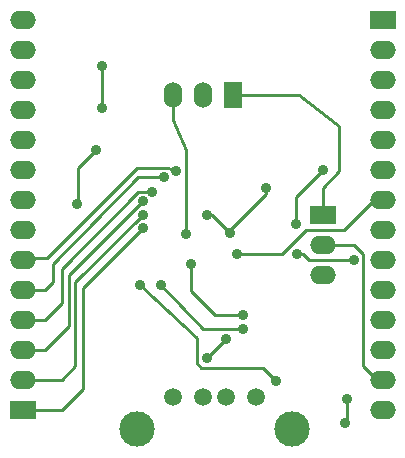
<source format=gbl>
G04 (created by PCBNEW-RS274X (2012-02-19 BZR 3421)-stable) date lun 16 abr 2012 11:22:40 COT*
G01*
G70*
G90*
%MOIN*%
G04 Gerber Fmt 3.4, Leading zero omitted, Abs format*
%FSLAX34Y34*%
G04 APERTURE LIST*
%ADD10C,0.001000*%
%ADD11R,0.086600X0.060000*%
%ADD12O,0.086600X0.060000*%
%ADD13C,0.118100*%
%ADD14C,0.059100*%
%ADD15R,0.060000X0.086600*%
%ADD16O,0.060000X0.086600*%
%ADD17C,0.035000*%
%ADD18C,0.010000*%
G04 APERTURE END LIST*
G54D10*
G54D11*
X44000Y-36500D03*
G54D12*
X44000Y-35500D03*
X44000Y-34500D03*
X44000Y-33500D03*
X44000Y-32500D03*
X44000Y-31500D03*
X44000Y-30500D03*
X44000Y-29500D03*
X44000Y-28500D03*
X44000Y-27500D03*
X44000Y-26500D03*
X44000Y-25500D03*
X44000Y-24500D03*
X44000Y-23500D03*
G54D11*
X56000Y-23500D03*
G54D12*
X56000Y-24500D03*
X56000Y-25500D03*
X56000Y-26500D03*
X56000Y-27500D03*
X56000Y-28500D03*
X56000Y-29500D03*
X56000Y-30500D03*
X56000Y-31500D03*
X56000Y-32500D03*
X56000Y-33500D03*
X56000Y-34500D03*
X56000Y-35500D03*
X56000Y-36500D03*
G54D13*
X47813Y-37159D03*
X52987Y-37159D03*
G54D14*
X49022Y-36092D03*
X50006Y-36092D03*
X50794Y-36092D03*
X51778Y-36092D03*
G54D15*
X51000Y-26000D03*
G54D16*
X50000Y-26000D03*
X49000Y-26000D03*
G54D11*
X54000Y-30000D03*
G54D12*
X54000Y-31000D03*
X54000Y-32000D03*
G54D17*
X55050Y-31500D03*
X53150Y-31300D03*
X53100Y-30300D03*
X54000Y-28500D03*
X51150Y-31300D03*
X48000Y-30450D03*
X48000Y-30000D03*
X48000Y-29550D03*
X48300Y-29250D03*
X48700Y-28750D03*
X49100Y-28550D03*
X47900Y-32350D03*
X52450Y-35550D03*
X51350Y-33350D03*
X49600Y-31650D03*
X51350Y-33800D03*
X48600Y-32350D03*
X46650Y-26450D03*
X54750Y-36950D03*
X46650Y-25050D03*
X54800Y-36150D03*
X50150Y-30000D03*
X52100Y-29100D03*
X50900Y-30600D03*
X46450Y-27850D03*
X45800Y-29650D03*
X50150Y-34775D03*
X50775Y-34150D03*
X49450Y-30650D03*
G54D18*
X54550Y-28550D02*
X54000Y-29100D01*
X54550Y-27050D02*
X54550Y-28300D01*
X54000Y-29100D02*
X54000Y-30000D01*
X51000Y-26000D02*
X53200Y-26000D01*
X54550Y-28300D02*
X54550Y-28550D01*
X53200Y-26000D02*
X54550Y-27050D01*
X55050Y-31500D02*
X53550Y-31500D01*
X53550Y-31500D02*
X53350Y-31300D01*
X53350Y-31300D02*
X53150Y-31300D01*
X53100Y-29400D02*
X53100Y-30300D01*
X54000Y-28500D02*
X53100Y-29400D01*
X52650Y-31300D02*
X51150Y-31300D01*
X56000Y-29500D02*
X55700Y-29500D01*
X55700Y-29500D02*
X54700Y-30500D01*
X53450Y-30500D02*
X52650Y-31300D01*
X54700Y-30500D02*
X53450Y-30500D01*
X44000Y-36500D02*
X45300Y-36500D01*
X46000Y-35800D02*
X45300Y-36500D01*
X46000Y-32450D02*
X46000Y-35800D01*
X48000Y-30450D02*
X46000Y-32450D01*
X45750Y-32250D02*
X45750Y-35050D01*
X48000Y-30000D02*
X45750Y-32250D01*
X45300Y-35500D02*
X44000Y-35500D01*
X45750Y-35050D02*
X45300Y-35500D01*
X45550Y-33700D02*
X44750Y-34500D01*
X44750Y-34500D02*
X44000Y-34500D01*
X45550Y-32000D02*
X45550Y-33700D01*
X48000Y-29550D02*
X45550Y-32000D01*
X47850Y-29250D02*
X45300Y-31800D01*
X48100Y-29250D02*
X47850Y-29250D01*
X48300Y-29250D02*
X48100Y-29250D01*
X44750Y-33500D02*
X44000Y-33500D01*
X45300Y-31800D02*
X45300Y-32950D01*
X45300Y-32950D02*
X44750Y-33500D01*
X45000Y-31650D02*
X45000Y-32250D01*
X44750Y-32500D02*
X44000Y-32500D01*
X45000Y-32250D02*
X44750Y-32500D01*
X47850Y-28750D02*
X45000Y-31650D01*
X48750Y-28750D02*
X47850Y-28750D01*
X48700Y-28750D02*
X48750Y-28750D01*
X44750Y-31450D02*
X44050Y-31450D01*
X49100Y-28550D02*
X48850Y-28450D01*
X48850Y-28450D02*
X47800Y-28450D01*
X44900Y-31350D02*
X44800Y-31450D01*
X44050Y-31450D02*
X44000Y-31500D01*
X44800Y-31450D02*
X44750Y-31450D01*
X46950Y-29300D02*
X44900Y-31350D01*
X47800Y-28450D02*
X46950Y-29300D01*
X47900Y-32350D02*
X49800Y-34100D01*
X49800Y-34100D02*
X49800Y-34950D01*
X49950Y-35100D02*
X52000Y-35100D01*
X52000Y-35100D02*
X52450Y-35550D01*
X49800Y-34950D02*
X49950Y-35100D01*
X49600Y-31650D02*
X49597Y-32550D01*
X50397Y-33350D02*
X51350Y-33350D01*
X49597Y-32550D02*
X50397Y-33350D01*
X50000Y-33800D02*
X51350Y-33800D01*
X48600Y-32350D02*
X50000Y-33800D01*
X54750Y-36950D02*
X54800Y-36900D01*
X54800Y-36900D02*
X54800Y-36150D01*
X50900Y-30600D02*
X50300Y-30000D01*
X46650Y-26450D02*
X46650Y-25050D01*
X50300Y-30000D02*
X50150Y-30000D01*
X50900Y-30600D02*
X50900Y-30500D01*
X52100Y-29300D02*
X52100Y-29100D01*
X50900Y-30500D02*
X52100Y-29300D01*
X45800Y-29650D02*
X45850Y-29600D01*
X45850Y-28550D02*
X45850Y-28450D01*
X45850Y-29600D02*
X45850Y-28550D01*
X45850Y-28450D02*
X46450Y-27850D01*
X50150Y-34775D02*
X50775Y-34150D01*
X49000Y-26850D02*
X49000Y-26000D01*
X49450Y-30650D02*
X49450Y-27850D01*
X49450Y-27850D02*
X49000Y-26850D01*
X49000Y-26850D02*
X49000Y-26850D01*
X55050Y-31000D02*
X54000Y-31000D01*
X55050Y-31000D02*
X55350Y-31300D01*
X56000Y-35500D02*
X55800Y-35500D01*
X55350Y-31300D02*
X55350Y-35050D01*
X55800Y-35500D02*
X55350Y-35050D01*
M02*

</source>
